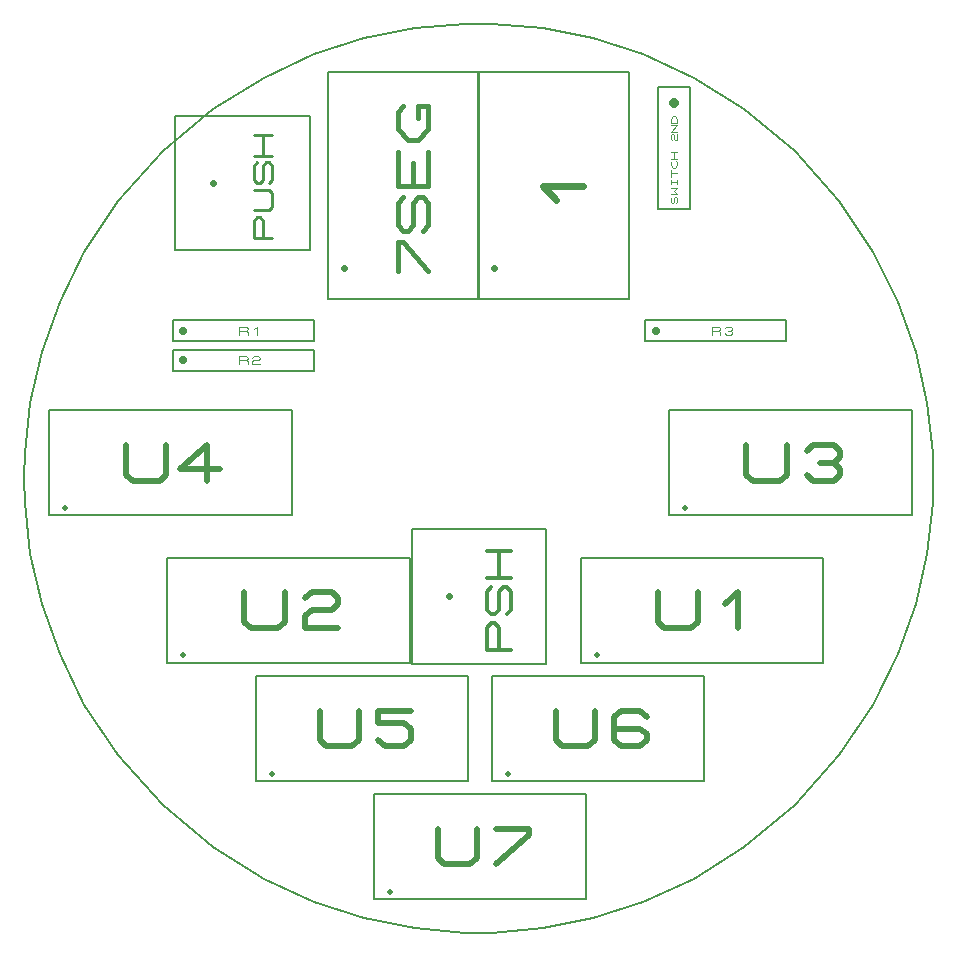
<source format=gbr>
G04 PROTEUS GERBER X2 FILE*
%TF.GenerationSoftware,Labcenter,Proteus,8.13-SP0-Build31525*%
%TF.CreationDate,2022-10-12T09:32:55+00:00*%
%TF.FileFunction,AssemblyDrawing,Top*%
%TF.FilePolarity,Positive*%
%TF.Part,Single*%
%TF.SameCoordinates,{96deeafe-a607-4606-be7e-3443a3b47cd9}*%
%FSLAX45Y45*%
%MOMM*%
G01*
%TA.AperFunction,Profile*%
%ADD18C,0.203110*%
%TA.AperFunction,Material*%
%ADD19C,0.203110*%
%ADD26C,0.609600*%
%ADD27C,0.426280*%
%ADD28C,0.555380*%
%ADD29C,0.711200*%
%ADD72C,0.110240*%
%ADD73C,0.508000*%
%ADD30C,0.507020*%
%ADD31C,0.490350*%
%ADD32C,0.812800*%
%ADD33C,0.083820*%
%ADD34C,0.257790*%
%ADD35C,0.337930*%
%TD.AperFunction*%
D18*
X+3850000Y+0D02*
X+3844096Y+213142D01*
X+3796529Y+639427D01*
X+3699562Y+1065712D01*
X+3549147Y+1491997D01*
X+3338067Y+1918282D01*
X+3053769Y+2344567D01*
X+2673870Y+2770003D01*
X+2247585Y+3125838D01*
X+1821300Y+3391956D01*
X+1395015Y+3588375D01*
X+968730Y+3726132D01*
X+542445Y+3811595D01*
X+116160Y+3848247D01*
X+0Y+3850000D01*
X-3850000Y+0D02*
X-3844096Y+213142D01*
X-3796529Y+639427D01*
X-3699562Y+1065712D01*
X-3549147Y+1491997D01*
X-3338067Y+1918282D01*
X-3053769Y+2344567D01*
X-2673870Y+2770003D01*
X-2247585Y+3125838D01*
X-1821300Y+3391956D01*
X-1395015Y+3588375D01*
X-968730Y+3726132D01*
X-542445Y+3811595D01*
X-116160Y+3848247D01*
X+0Y+3850000D01*
X-3850000Y+0D02*
X-3844096Y-213142D01*
X-3796529Y-639427D01*
X-3699562Y-1065712D01*
X-3549147Y-1491997D01*
X-3338067Y-1918282D01*
X-3053769Y-2344567D01*
X-2673870Y-2770003D01*
X-2247585Y-3125838D01*
X-1821300Y-3391956D01*
X-1395015Y-3588375D01*
X-968730Y-3726132D01*
X-542445Y-3811595D01*
X-116160Y-3848247D01*
X+0Y-3850000D01*
X+3850000Y+0D02*
X+3844096Y-213142D01*
X+3796529Y-639427D01*
X+3699562Y-1065712D01*
X+3549147Y-1491997D01*
X+3338067Y-1918282D01*
X+3053769Y-2344567D01*
X+2673870Y-2770003D01*
X+2247585Y-3125838D01*
X+1821300Y-3391956D01*
X+1395015Y-3588375D01*
X+968730Y-3726132D01*
X+542445Y-3811595D01*
X+116160Y-3848247D01*
X+0Y-3850000D01*
D19*
X-1280155Y+1517845D02*
X+155Y+1517845D01*
X+155Y+3438155D01*
X-1280155Y+3438155D01*
X-1280155Y+1517845D01*
D26*
X-1143000Y+1778000D02*
X-1143000Y+1778000D01*
D27*
X-684068Y+1758646D02*
X-684068Y+1998431D01*
X-641439Y+1998431D01*
X-428297Y+1758646D01*
X-470926Y+2094345D02*
X-428297Y+2142301D01*
X-428297Y+2334129D01*
X-470926Y+2382086D01*
X-513554Y+2382086D01*
X-556183Y+2334129D01*
X-556183Y+2142301D01*
X-598811Y+2094345D01*
X-641439Y+2094345D01*
X-684068Y+2142301D01*
X-684068Y+2334129D01*
X-641439Y+2382086D01*
X-428297Y+2765741D02*
X-428297Y+2478000D01*
X-684068Y+2478000D01*
X-684068Y+2765741D01*
X-556183Y+2478000D02*
X-556183Y+2669827D01*
X-513554Y+3053482D02*
X-513554Y+3149396D01*
X-428297Y+3149396D01*
X-428297Y+2957568D01*
X-513554Y+2861655D01*
X-598811Y+2861655D01*
X-684068Y+2957568D01*
X-684068Y+3101439D01*
X-641439Y+3149396D01*
D19*
X-10155Y+1517845D02*
X+1270155Y+1517845D01*
X+1270155Y+3438155D01*
X-10155Y+3438155D01*
X-10155Y+1517845D01*
D26*
X+127000Y+1778000D02*
X+127000Y+1778000D01*
D28*
X+658279Y+2353038D02*
X+547201Y+2478000D01*
X+880434Y+2478000D01*
D19*
X-2588900Y+1161100D02*
X-1395100Y+1161100D01*
X-1395100Y+1338900D01*
X-2588900Y+1338900D01*
X-2588900Y+1161100D01*
D29*
X-2500000Y+1250000D02*
X-2500000Y+1250000D01*
D72*
X-2028988Y+1216927D02*
X-2028988Y+1283073D01*
X-1966977Y+1283073D01*
X-1954575Y+1272049D01*
X-1954575Y+1261024D01*
X-1966977Y+1250000D01*
X-2028988Y+1250000D01*
X-1966977Y+1250000D02*
X-1954575Y+1238976D01*
X-1954575Y+1216927D01*
X-1904966Y+1261024D02*
X-1880161Y+1283073D01*
X-1880161Y+1216927D01*
D19*
X-2588900Y+911100D02*
X-1395100Y+911100D01*
X-1395100Y+1088900D01*
X-2588900Y+1088900D01*
X-2588900Y+911100D01*
D29*
X-2500000Y+1000000D02*
X-2500000Y+1000000D01*
D72*
X-2028988Y+966927D02*
X-2028988Y+1033073D01*
X-1966977Y+1033073D01*
X-1954575Y+1022049D01*
X-1954575Y+1011024D01*
X-1966977Y+1000000D01*
X-2028988Y+1000000D01*
X-1966977Y+1000000D02*
X-1954575Y+988976D01*
X-1954575Y+966927D01*
X-1917368Y+1022049D02*
X-1904966Y+1033073D01*
X-1867759Y+1033073D01*
X-1855357Y+1022049D01*
X-1855357Y+1011024D01*
X-1867759Y+1000000D01*
X-1904966Y+1000000D01*
X-1917368Y+988976D01*
X-1917368Y+966927D01*
X-1855357Y+966927D01*
D19*
X+1411100Y+1161100D02*
X+2604900Y+1161100D01*
X+2604900Y+1338900D01*
X+1411100Y+1338900D01*
X+1411100Y+1161100D01*
D29*
X+1500000Y+1250000D02*
X+1500000Y+1250000D01*
D72*
X+1971012Y+1216927D02*
X+1971012Y+1283073D01*
X+2033023Y+1283073D01*
X+2045425Y+1272049D01*
X+2045425Y+1261024D01*
X+2033023Y+1250000D01*
X+1971012Y+1250000D01*
X+2033023Y+1250000D02*
X+2045425Y+1238976D01*
X+2045425Y+1216927D01*
X+2082632Y+1272049D02*
X+2095034Y+1283073D01*
X+2132241Y+1283073D01*
X+2144643Y+1272049D01*
X+2144643Y+1261024D01*
X+2132241Y+1250000D01*
X+2144643Y+1238976D01*
X+2144643Y+1227951D01*
X+2132241Y+1216927D01*
X+2095034Y+1216927D01*
X+2082632Y+1227951D01*
X+2107436Y+1250000D02*
X+2132241Y+1250000D01*
D19*
X+1612845Y-313500D02*
X+3665155Y-313500D01*
X+3665155Y+575500D01*
X+1612845Y+575500D01*
X+1612845Y-313500D01*
D73*
X+1750000Y-250000D02*
X+1750000Y-250000D01*
D30*
X+2263954Y+283107D02*
X+2263954Y+29594D01*
X+2320994Y-21108D01*
X+2549155Y-21108D01*
X+2606196Y+29594D01*
X+2606196Y+283107D01*
X+2777317Y+232405D02*
X+2834357Y+283107D01*
X+3005478Y+283107D01*
X+3062519Y+232405D01*
X+3062519Y+181702D01*
X+3005478Y+131000D01*
X+3062519Y+80297D01*
X+3062519Y+29594D01*
X+3005478Y-21108D01*
X+2834357Y-21108D01*
X+2777317Y+29594D01*
X+2891398Y+131000D02*
X+3005478Y+131000D01*
D19*
X-3637155Y-313500D02*
X-1584845Y-313500D01*
X-1584845Y+575500D01*
X-3637155Y+575500D01*
X-3637155Y-313500D01*
D73*
X-3500000Y-250000D02*
X-3500000Y-250000D01*
D30*
X-2986046Y+283107D02*
X-2986046Y+29594D01*
X-2929006Y-21108D01*
X-2700845Y-21108D01*
X-2643804Y+29594D01*
X-2643804Y+283107D01*
X-2187481Y+80297D02*
X-2529723Y+80297D01*
X-2301562Y+283107D01*
X-2301562Y-21108D01*
D19*
X+862845Y-1563500D02*
X+2915155Y-1563500D01*
X+2915155Y-674500D01*
X+862845Y-674500D01*
X+862845Y-1563500D01*
D73*
X+1000000Y-1500000D02*
X+1000000Y-1500000D01*
D30*
X+1513954Y-966893D02*
X+1513954Y-1220406D01*
X+1570994Y-1271108D01*
X+1799155Y-1271108D01*
X+1856196Y-1220406D01*
X+1856196Y-966893D01*
X+2084357Y-1068298D02*
X+2198438Y-966893D01*
X+2198438Y-1271108D01*
D19*
X-2637155Y-1563500D02*
X-584845Y-1563500D01*
X-584845Y-674500D01*
X-2637155Y-674500D01*
X-2637155Y-1563500D01*
D73*
X-2500000Y-1500000D02*
X-2500000Y-1500000D01*
D30*
X-1986046Y-966893D02*
X-1986046Y-1220406D01*
X-1929006Y-1271108D01*
X-1700845Y-1271108D01*
X-1643804Y-1220406D01*
X-1643804Y-966893D01*
X-1472683Y-1017595D02*
X-1415643Y-966893D01*
X-1244522Y-966893D01*
X-1187481Y-1017595D01*
X-1187481Y-1068298D01*
X-1244522Y-1119000D01*
X-1415643Y-1119000D01*
X-1472683Y-1169703D01*
X-1472683Y-1271108D01*
X-1187481Y-1271108D01*
D19*
X-1887155Y-2563500D02*
X-88845Y-2563500D01*
X-88845Y-1674500D01*
X-1887155Y-1674500D01*
X-1887155Y-2563500D01*
D73*
X-1750000Y-2500000D02*
X-1750000Y-2500000D01*
D31*
X-1348046Y-1971892D02*
X-1348046Y-2217072D01*
X-1292881Y-2266108D01*
X-1072220Y-2266108D01*
X-1017054Y-2217072D01*
X-1017054Y-1971892D01*
X-575731Y-1971892D02*
X-851558Y-1971892D01*
X-851558Y-2069964D01*
X-630897Y-2069964D01*
X-575731Y-2119000D01*
X-575731Y-2217072D01*
X-630897Y-2266108D01*
X-796393Y-2266108D01*
X-851558Y-2217072D01*
D19*
X+112845Y-2563500D02*
X+1911155Y-2563500D01*
X+1911155Y-1674500D01*
X+112845Y-1674500D01*
X+112845Y-2563500D01*
D73*
X+250000Y-2500000D02*
X+250000Y-2500000D01*
D31*
X+651954Y-1971892D02*
X+651954Y-2217072D01*
X+707119Y-2266108D01*
X+927780Y-2266108D01*
X+982946Y-2217072D01*
X+982946Y-1971892D01*
X+1424269Y-2020928D02*
X+1369103Y-1971892D01*
X+1203607Y-1971892D01*
X+1148442Y-2020928D01*
X+1148442Y-2217072D01*
X+1203607Y-2266108D01*
X+1369103Y-2266108D01*
X+1424269Y-2217072D01*
X+1424269Y-2168036D01*
X+1369103Y-2119000D01*
X+1148442Y-2119000D01*
D19*
X-887155Y-3563500D02*
X+911155Y-3563500D01*
X+911155Y-2674500D01*
X-887155Y-2674500D01*
X-887155Y-3563500D01*
D73*
X-750000Y-3500000D02*
X-750000Y-3500000D01*
D31*
X-348046Y-2971892D02*
X-348046Y-3217072D01*
X-292881Y-3266108D01*
X-72220Y-3266108D01*
X-17054Y-3217072D01*
X-17054Y-2971892D01*
X+148442Y-2971892D02*
X+424269Y-2971892D01*
X+424269Y-3020928D01*
X+148442Y-3266108D01*
D19*
X+1513845Y+2275845D02*
X+1788155Y+2275845D01*
X+1788155Y+3312155D01*
X+1513845Y+3312155D01*
X+1513845Y+2275845D01*
D32*
X+1651000Y+3175000D02*
X+1651000Y+3175000D01*
D33*
X+1667764Y+2327912D02*
X+1676146Y+2337341D01*
X+1676146Y+2375060D01*
X+1667764Y+2384490D01*
X+1659382Y+2384490D01*
X+1651000Y+2375060D01*
X+1651000Y+2337341D01*
X+1642618Y+2327912D01*
X+1634236Y+2327912D01*
X+1625854Y+2337341D01*
X+1625854Y+2375060D01*
X+1634236Y+2384490D01*
X+1625854Y+2403350D02*
X+1676146Y+2403350D01*
X+1651000Y+2431639D01*
X+1676146Y+2459928D01*
X+1625854Y+2459928D01*
X+1625854Y+2488217D02*
X+1625854Y+2525936D01*
X+1625854Y+2507077D02*
X+1676146Y+2507077D01*
X+1676146Y+2488217D02*
X+1676146Y+2525936D01*
X+1625854Y+2554226D02*
X+1625854Y+2610804D01*
X+1625854Y+2582515D02*
X+1676146Y+2582515D01*
X+1667764Y+2686242D02*
X+1676146Y+2676812D01*
X+1676146Y+2648523D01*
X+1659382Y+2629664D01*
X+1642618Y+2629664D01*
X+1625854Y+2648523D01*
X+1625854Y+2676812D01*
X+1634236Y+2686242D01*
X+1676146Y+2705102D02*
X+1625854Y+2705102D01*
X+1625854Y+2761680D02*
X+1676146Y+2761680D01*
X+1651000Y+2705102D02*
X+1651000Y+2761680D01*
X+1634236Y+2865407D02*
X+1625854Y+2874837D01*
X+1625854Y+2903126D01*
X+1634236Y+2912556D01*
X+1642618Y+2912556D01*
X+1651000Y+2903126D01*
X+1651000Y+2874837D01*
X+1659382Y+2865407D01*
X+1676146Y+2865407D01*
X+1676146Y+2912556D01*
X+1676146Y+2931416D02*
X+1625854Y+2931416D01*
X+1676146Y+2987994D01*
X+1625854Y+2987994D01*
X+1676146Y+3006854D02*
X+1625854Y+3006854D01*
X+1625854Y+3044573D01*
X+1642618Y+3063432D01*
X+1659382Y+3063432D01*
X+1676146Y+3044573D01*
X+1676146Y+3006854D01*
D19*
X-2569171Y+1930829D02*
X-1430829Y+1930829D01*
X-1430829Y+3069171D01*
X-2569171Y+3069171D01*
X-2569171Y+1930829D01*
D26*
X-2250000Y+2500000D02*
X-2250000Y+2500000D01*
D34*
X-1747838Y+2035978D02*
X-1902512Y+2035978D01*
X-1902512Y+2180984D01*
X-1876733Y+2209986D01*
X-1850954Y+2209986D01*
X-1825175Y+2180984D01*
X-1825175Y+2035978D01*
X-1902512Y+2267989D02*
X-1773617Y+2267989D01*
X-1747838Y+2296990D01*
X-1747838Y+2412995D01*
X-1773617Y+2441997D01*
X-1902512Y+2441997D01*
X-1773617Y+2500000D02*
X-1747838Y+2529001D01*
X-1747838Y+2645006D01*
X-1773617Y+2674008D01*
X-1799396Y+2674008D01*
X-1825175Y+2645006D01*
X-1825175Y+2529001D01*
X-1850954Y+2500000D01*
X-1876733Y+2500000D01*
X-1902512Y+2529001D01*
X-1902512Y+2645006D01*
X-1876733Y+2674008D01*
X-1747838Y+2732011D02*
X-1902512Y+2732011D01*
X-1902512Y+2906019D02*
X-1747838Y+2906019D01*
X-1825175Y+2732011D02*
X-1825175Y+2906019D01*
D19*
X-569171Y-1569171D02*
X+569171Y-1569171D01*
X+569171Y-430829D01*
X-569171Y-430829D01*
X-569171Y-1569171D01*
D26*
X-250000Y-1000000D02*
X-250000Y-1000000D01*
D35*
X+276204Y-1456205D02*
X+73446Y-1456205D01*
X+73446Y-1266120D01*
X+107239Y-1228103D01*
X+141032Y-1228103D01*
X+174825Y-1266120D01*
X+174825Y-1456205D01*
X+242411Y-1152068D02*
X+276204Y-1114051D01*
X+276204Y-961983D01*
X+242411Y-923966D01*
X+208618Y-923966D01*
X+174825Y-961983D01*
X+174825Y-1114051D01*
X+141032Y-1152068D01*
X+107239Y-1152068D01*
X+73446Y-1114051D01*
X+73446Y-961983D01*
X+107239Y-923966D01*
X+276204Y-847931D02*
X+73446Y-847931D01*
X+73446Y-619829D02*
X+276204Y-619829D01*
X+174825Y-847931D02*
X+174825Y-619829D01*
M02*

</source>
